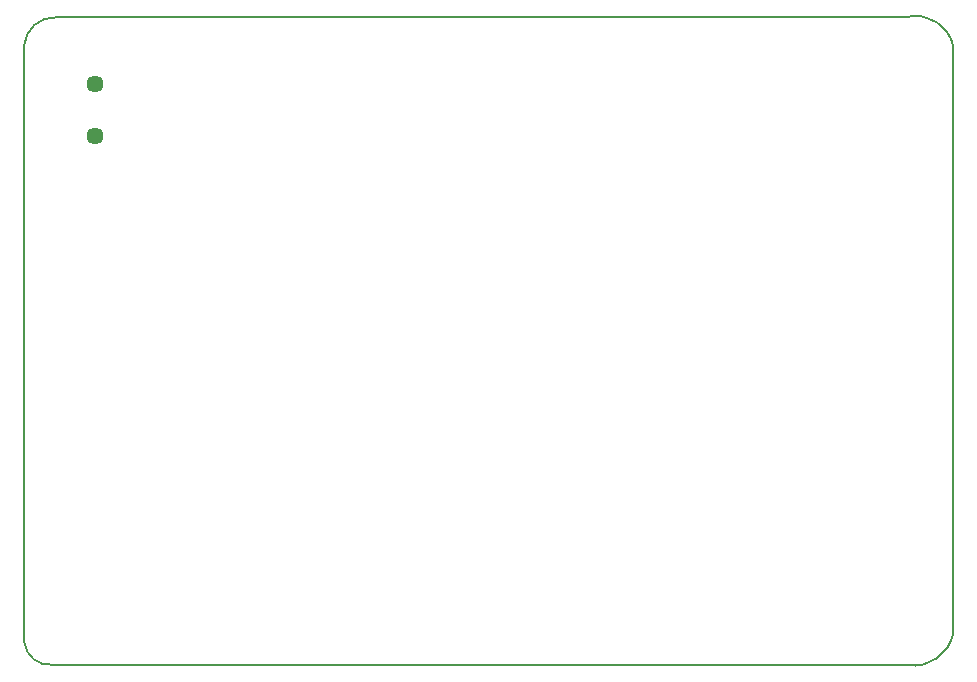
<source format=gbr>
%FSLAX23Y23*%
%MOIN*%
G04 EasyPC Gerber Version 15.0.4 Build 3016 *
%ADD16C,0.00500*%
%ADD108C,0.05724*%
X0Y0D02*
D02*
D16*
X3Y80D02*
G75*
G03X95Y4I84J9D01*
G01*
X2947*
G75*
G03X3100Y113I22J131*
G01*
X3100Y2065*
G75*
G03X2948Y2164I-126J-26*
G01*
X110Y2163*
G75*
G03X3Y2067I-6J-102*
G01*
Y80*
D02*
D108*
X239Y1767D03*
Y1940D03*
X0Y0D02*
M02*

</source>
